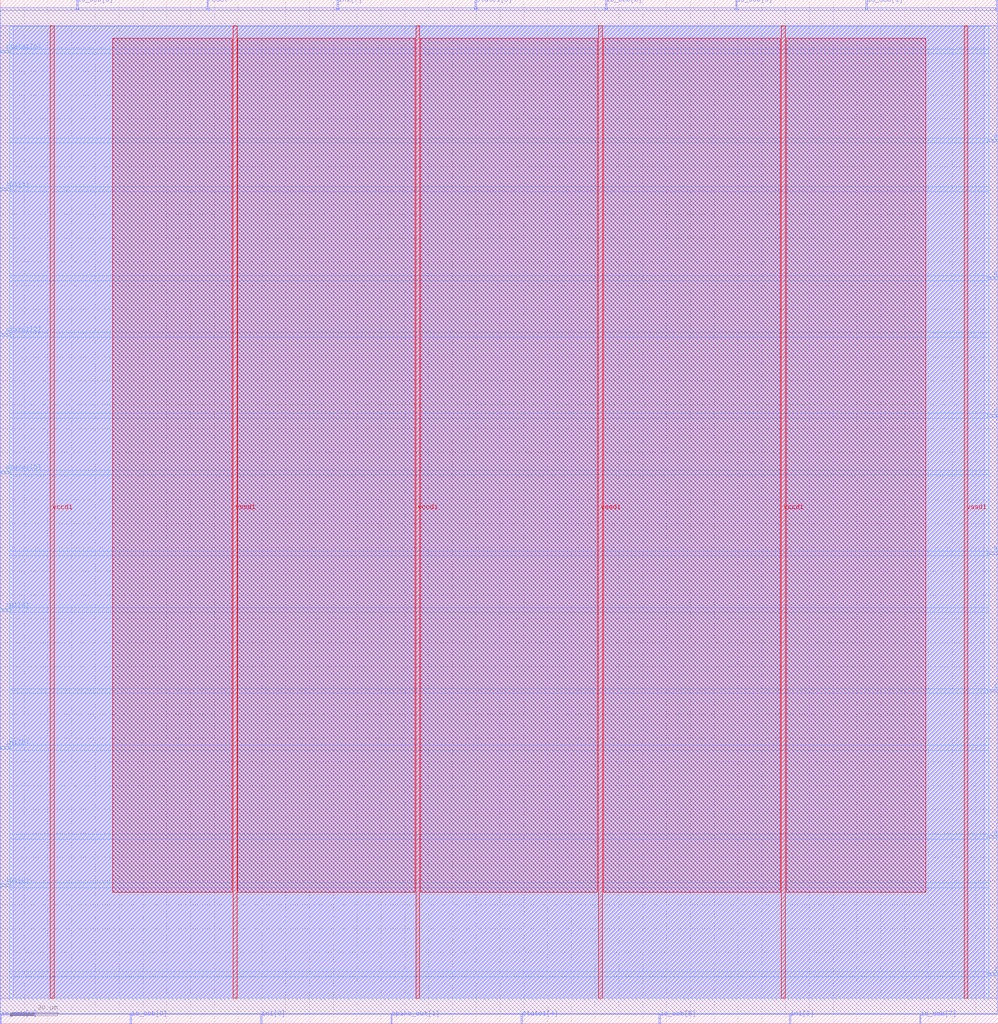
<source format=lef>
VERSION 5.7 ;
  NOWIREEXTENSIONATPIN ON ;
  DIVIDERCHAR "/" ;
  BUSBITCHARS "[]" ;
MACRO snn
  CLASS BLOCK ;
  FOREIGN snn ;
  ORIGIN 0.000 0.000 ;
  SIZE 419.325 BY 430.045 ;
  PIN clk
    DIRECTION INPUT ;
    USE SIGNAL ;
    PORT
      LAYER met3 ;
        RECT 415.325 254.740 419.325 255.940 ;
    END
  END clk
  PIN in1[0]
    DIRECTION INPUT ;
    USE SIGNAL ;
    PORT
      LAYER met2 ;
        RECT 109.430 0.000 109.990 4.000 ;
    END
  END in1[0]
  PIN in1[1]
    DIRECTION INPUT ;
    USE SIGNAL ;
    PORT
      LAYER met3 ;
        RECT 0.000 349.940 4.000 351.140 ;
    END
  END in1[1]
  PIN in1[2]
    DIRECTION INPUT ;
    USE SIGNAL ;
    PORT
      LAYER met3 ;
        RECT 0.000 57.540 4.000 58.740 ;
    END
  END in1[2]
  PIN in1[3]
    DIRECTION INPUT ;
    USE SIGNAL ;
    PORT
      LAYER met2 ;
        RECT 331.610 0.000 332.170 4.000 ;
    END
  END in1[3]
  PIN in1[4]
    DIRECTION INPUT ;
    USE SIGNAL ;
    PORT
      LAYER met3 ;
        RECT 0.000 173.140 4.000 174.340 ;
    END
  END in1[4]
  PIN in1[5]
    DIRECTION INPUT ;
    USE SIGNAL ;
    PORT
      LAYER met3 ;
        RECT 0.000 115.340 4.000 116.540 ;
    END
  END in1[5]
  PIN in1[6]
    DIRECTION INPUT ;
    USE SIGNAL ;
    PORT
      LAYER met3 ;
        RECT 415.325 139.140 419.325 140.340 ;
    END
  END in1[6]
  PIN in1[7]
    DIRECTION INPUT ;
    USE SIGNAL ;
    PORT
      LAYER met2 ;
        RECT 141.630 426.045 142.190 430.045 ;
    END
  END in1[7]
  PIN io_oeb[0]
    DIRECTION OUTPUT TRISTATE ;
    USE SIGNAL ;
    PORT
      LAYER met2 ;
        RECT -0.050 0.000 0.510 4.000 ;
    END
  END io_oeb[0]
  PIN io_oeb[1]
    DIRECTION OUTPUT TRISTATE ;
    USE SIGNAL ;
    PORT
      LAYER met2 ;
        RECT 363.810 426.045 364.370 430.045 ;
    END
  END io_oeb[1]
  PIN io_oeb[2]
    DIRECTION OUTPUT TRISTATE ;
    USE SIGNAL ;
    PORT
      LAYER met2 ;
        RECT 418.550 426.045 419.110 430.045 ;
    END
  END io_oeb[2]
  PIN io_oeb[3]
    DIRECTION OUTPUT TRISTATE ;
    USE SIGNAL ;
    PORT
      LAYER met2 ;
        RECT 309.070 426.045 309.630 430.045 ;
    END
  END io_oeb[3]
  PIN io_oeb[4]
    DIRECTION OUTPUT TRISTATE ;
    USE SIGNAL ;
    PORT
      LAYER met3 ;
        RECT 415.325 20.140 419.325 21.340 ;
    END
  END io_oeb[4]
  PIN io_oeb[5]
    DIRECTION OUTPUT TRISTATE ;
    USE SIGNAL ;
    PORT
      LAYER met2 ;
        RECT 276.870 0.000 277.430 4.000 ;
    END
  END io_oeb[5]
  PIN io_oeb[6]
    DIRECTION OUTPUT TRISTATE ;
    USE SIGNAL ;
    PORT
      LAYER met2 ;
        RECT 32.150 426.045 32.710 430.045 ;
    END
  END io_oeb[6]
  PIN io_oeb[7]
    DIRECTION OUTPUT TRISTATE ;
    USE SIGNAL ;
    PORT
      LAYER met2 ;
        RECT 386.350 0.000 386.910 4.000 ;
    END
  END io_oeb[7]
  PIN io_oeb[8]
    DIRECTION OUTPUT TRISTATE ;
    USE SIGNAL ;
    PORT
      LAYER met2 ;
        RECT 254.330 426.045 254.890 430.045 ;
    END
  END io_oeb[8]
  PIN io_oeb[9]
    DIRECTION OUTPUT TRISTATE ;
    USE SIGNAL ;
    PORT
      LAYER met2 ;
        RECT 54.690 0.000 55.250 4.000 ;
    END
  END io_oeb[9]
  PIN reset
    DIRECTION INPUT ;
    USE SIGNAL ;
    PORT
      LAYER met2 ;
        RECT 86.890 426.045 87.450 430.045 ;
    END
  END reset
  PIN spike_out[0]
    DIRECTION OUTPUT TRISTATE ;
    USE SIGNAL ;
    PORT
      LAYER met3 ;
        RECT 415.325 77.940 419.325 79.140 ;
    END
  END spike_out[0]
  PIN spike_out[1]
    DIRECTION OUTPUT TRISTATE ;
    USE SIGNAL ;
    PORT
      LAYER met2 ;
        RECT 164.170 0.000 164.730 4.000 ;
    END
  END spike_out[1]
  PIN state1[0]
    DIRECTION OUTPUT TRISTATE ;
    USE SIGNAL ;
    PORT
      LAYER met3 ;
        RECT 415.325 312.540 419.325 313.740 ;
    END
  END state1[0]
  PIN state1[1]
    DIRECTION OUTPUT TRISTATE ;
    USE SIGNAL ;
    PORT
      LAYER met3 ;
        RECT 415.325 370.340 419.325 371.540 ;
    END
  END state1[1]
  PIN state1[2]
    DIRECTION OUTPUT TRISTATE ;
    USE SIGNAL ;
    PORT
      LAYER met3 ;
        RECT 0.000 288.740 4.000 289.940 ;
    END
  END state1[2]
  PIN state1[3]
    DIRECTION OUTPUT TRISTATE ;
    USE SIGNAL ;
    PORT
      LAYER met2 ;
        RECT 199.590 426.045 200.150 430.045 ;
    END
  END state1[3]
  PIN state1[4]
    DIRECTION OUTPUT TRISTATE ;
    USE SIGNAL ;
    PORT
      LAYER met2 ;
        RECT 218.910 0.000 219.470 4.000 ;
    END
  END state1[4]
  PIN state1[5]
    DIRECTION OUTPUT TRISTATE ;
    USE SIGNAL ;
    PORT
      LAYER met3 ;
        RECT 0.000 230.940 4.000 232.140 ;
    END
  END state1[5]
  PIN state1[6]
    DIRECTION OUTPUT TRISTATE ;
    USE SIGNAL ;
    PORT
      LAYER met3 ;
        RECT 0.000 407.740 4.000 408.940 ;
    END
  END state1[6]
  PIN state1[7]
    DIRECTION OUTPUT TRISTATE ;
    USE SIGNAL ;
    PORT
      LAYER met3 ;
        RECT 415.325 196.940 419.325 198.140 ;
    END
  END state1[7]
  PIN vccd1
    DIRECTION INPUT ;
    USE POWER ;
    PORT
      LAYER met4 ;
        RECT 21.040 10.640 22.640 419.120 ;
    END
    PORT
      LAYER met4 ;
        RECT 174.640 10.640 176.240 419.120 ;
    END
    PORT
      LAYER met4 ;
        RECT 328.240 10.640 329.840 419.120 ;
    END
  END vccd1
  PIN vssd1
    DIRECTION INPUT ;
    USE GROUND ;
    PORT
      LAYER met4 ;
        RECT 97.840 10.640 99.440 419.120 ;
    END
    PORT
      LAYER met4 ;
        RECT 251.440 10.640 253.040 419.120 ;
    END
    PORT
      LAYER met4 ;
        RECT 405.040 10.640 406.640 419.120 ;
    END
  END vssd1
  OBS
      LAYER li1 ;
        RECT 5.520 10.795 413.540 418.965 ;
      LAYER met1 ;
        RECT 0.070 10.640 418.990 419.120 ;
      LAYER met2 ;
        RECT 0.100 425.765 31.870 426.770 ;
        RECT 32.990 425.765 86.610 426.770 ;
        RECT 87.730 425.765 141.350 426.770 ;
        RECT 142.470 425.765 199.310 426.770 ;
        RECT 200.430 425.765 254.050 426.770 ;
        RECT 255.170 425.765 308.790 426.770 ;
        RECT 309.910 425.765 363.530 426.770 ;
        RECT 364.650 425.765 418.270 426.770 ;
        RECT 0.100 4.280 418.960 425.765 ;
        RECT 0.790 4.000 54.410 4.280 ;
        RECT 55.530 4.000 109.150 4.280 ;
        RECT 110.270 4.000 163.890 4.280 ;
        RECT 165.010 4.000 218.630 4.280 ;
        RECT 219.750 4.000 276.590 4.280 ;
        RECT 277.710 4.000 331.330 4.280 ;
        RECT 332.450 4.000 386.070 4.280 ;
        RECT 387.190 4.000 418.960 4.280 ;
      LAYER met3 ;
        RECT 4.000 409.340 415.325 419.045 ;
        RECT 4.400 407.340 415.325 409.340 ;
        RECT 4.000 371.940 415.325 407.340 ;
        RECT 4.000 369.940 414.925 371.940 ;
        RECT 4.000 351.540 415.325 369.940 ;
        RECT 4.400 349.540 415.325 351.540 ;
        RECT 4.000 314.140 415.325 349.540 ;
        RECT 4.000 312.140 414.925 314.140 ;
        RECT 4.000 290.340 415.325 312.140 ;
        RECT 4.400 288.340 415.325 290.340 ;
        RECT 4.000 256.340 415.325 288.340 ;
        RECT 4.000 254.340 414.925 256.340 ;
        RECT 4.000 232.540 415.325 254.340 ;
        RECT 4.400 230.540 415.325 232.540 ;
        RECT 4.000 198.540 415.325 230.540 ;
        RECT 4.000 196.540 414.925 198.540 ;
        RECT 4.000 174.740 415.325 196.540 ;
        RECT 4.400 172.740 415.325 174.740 ;
        RECT 4.000 140.740 415.325 172.740 ;
        RECT 4.000 138.740 414.925 140.740 ;
        RECT 4.000 116.940 415.325 138.740 ;
        RECT 4.400 114.940 415.325 116.940 ;
        RECT 4.000 79.540 415.325 114.940 ;
        RECT 4.000 77.540 414.925 79.540 ;
        RECT 4.000 59.140 415.325 77.540 ;
        RECT 4.400 57.140 415.325 59.140 ;
        RECT 4.000 21.740 415.325 57.140 ;
        RECT 4.000 19.740 414.925 21.740 ;
        RECT 4.000 10.715 415.325 19.740 ;
      LAYER met4 ;
        RECT 47.215 55.255 97.440 413.945 ;
        RECT 99.840 55.255 174.240 413.945 ;
        RECT 176.640 55.255 251.040 413.945 ;
        RECT 253.440 55.255 327.840 413.945 ;
        RECT 330.240 55.255 388.865 413.945 ;
  END
END snn
END LIBRARY


</source>
